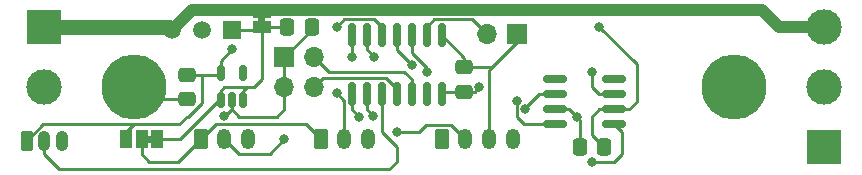
<source format=gbr>
%TF.GenerationSoftware,KiCad,Pcbnew,7.0.6*%
%TF.CreationDate,2023-08-24T15:39:12-04:00*%
%TF.ProjectId,miniald,6d696e69-616c-4642-9e6b-696361645f70,rev?*%
%TF.SameCoordinates,Original*%
%TF.FileFunction,Copper,L1,Top*%
%TF.FilePolarity,Positive*%
%FSLAX46Y46*%
G04 Gerber Fmt 4.6, Leading zero omitted, Abs format (unit mm)*
G04 Created by KiCad (PCBNEW 7.0.6) date 2023-08-24 15:39:12*
%MOMM*%
%LPD*%
G01*
G04 APERTURE LIST*
G04 Aperture macros list*
%AMRoundRect*
0 Rectangle with rounded corners*
0 $1 Rounding radius*
0 $2 $3 $4 $5 $6 $7 $8 $9 X,Y pos of 4 corners*
0 Add a 4 corners polygon primitive as box body*
4,1,4,$2,$3,$4,$5,$6,$7,$8,$9,$2,$3,0*
0 Add four circle primitives for the rounded corners*
1,1,$1+$1,$2,$3*
1,1,$1+$1,$4,$5*
1,1,$1+$1,$6,$7*
1,1,$1+$1,$8,$9*
0 Add four rect primitives between the rounded corners*
20,1,$1+$1,$2,$3,$4,$5,0*
20,1,$1+$1,$4,$5,$6,$7,0*
20,1,$1+$1,$6,$7,$8,$9,0*
20,1,$1+$1,$8,$9,$2,$3,0*%
G04 Aperture macros list end*
%TA.AperFunction,SMDPad,CuDef*%
%ADD10RoundRect,0.250000X-0.475000X0.337500X-0.475000X-0.337500X0.475000X-0.337500X0.475000X0.337500X0*%
%TD*%
%TA.AperFunction,ComponentPad*%
%ADD11R,1.500000X1.500000*%
%TD*%
%TA.AperFunction,ComponentPad*%
%ADD12C,1.500000*%
%TD*%
%TA.AperFunction,ComponentPad*%
%ADD13RoundRect,0.250000X-0.350000X-0.625000X0.350000X-0.625000X0.350000X0.625000X-0.350000X0.625000X0*%
%TD*%
%TA.AperFunction,ComponentPad*%
%ADD14O,1.200000X1.750000*%
%TD*%
%TA.AperFunction,SMDPad,CuDef*%
%ADD15R,1.000000X1.500000*%
%TD*%
%TA.AperFunction,ComponentPad*%
%ADD16C,5.500000*%
%TD*%
%TA.AperFunction,SMDPad,CuDef*%
%ADD17RoundRect,0.250000X-0.337500X-0.475000X0.337500X-0.475000X0.337500X0.475000X-0.337500X0.475000X0*%
%TD*%
%TA.AperFunction,ComponentPad*%
%ADD18R,3.000000X3.000000*%
%TD*%
%TA.AperFunction,ComponentPad*%
%ADD19C,3.000000*%
%TD*%
%TA.AperFunction,SMDPad,CuDef*%
%ADD20RoundRect,0.150000X0.150000X-0.512500X0.150000X0.512500X-0.150000X0.512500X-0.150000X-0.512500X0*%
%TD*%
%TA.AperFunction,ComponentPad*%
%ADD21RoundRect,0.250000X-0.265000X-0.615000X0.265000X-0.615000X0.265000X0.615000X-0.265000X0.615000X0*%
%TD*%
%TA.AperFunction,ComponentPad*%
%ADD22O,1.030000X1.730000*%
%TD*%
%TA.AperFunction,SMDPad,CuDef*%
%ADD23RoundRect,0.150000X-0.150000X0.825000X-0.150000X-0.825000X0.150000X-0.825000X0.150000X0.825000X0*%
%TD*%
%TA.AperFunction,SMDPad,CuDef*%
%ADD24RoundRect,0.150000X-0.825000X-0.150000X0.825000X-0.150000X0.825000X0.150000X-0.825000X0.150000X0*%
%TD*%
%TA.AperFunction,SMDPad,CuDef*%
%ADD25RoundRect,0.250000X0.337500X0.475000X-0.337500X0.475000X-0.337500X-0.475000X0.337500X-0.475000X0*%
%TD*%
%TA.AperFunction,ComponentPad*%
%ADD26R,1.700000X1.700000*%
%TD*%
%TA.AperFunction,ComponentPad*%
%ADD27O,1.700000X1.700000*%
%TD*%
%TA.AperFunction,SMDPad,CuDef*%
%ADD28R,1.500000X1.000000*%
%TD*%
%TA.AperFunction,ViaPad*%
%ADD29C,0.800000*%
%TD*%
%TA.AperFunction,Conductor*%
%ADD30C,0.250000*%
%TD*%
%TA.AperFunction,Conductor*%
%ADD31C,0.254000*%
%TD*%
%TA.AperFunction,Conductor*%
%ADD32C,1.270000*%
%TD*%
%TA.AperFunction,Conductor*%
%ADD33C,1.016000*%
%TD*%
G04 APERTURE END LIST*
%TA.AperFunction,EtchedComponent*%
%TO.C,JP2*%
G36*
X90435000Y-63165000D02*
G01*
X89935000Y-63165000D01*
X89935000Y-62565000D01*
X90435000Y-62565000D01*
X90435000Y-63165000D01*
G37*
%TD.AperFunction*%
%TA.AperFunction,EtchedComponent*%
%TO.C,JP1*%
G36*
X99995000Y-52955000D02*
G01*
X99395000Y-52955000D01*
X99395000Y-52455000D01*
X99995000Y-52455000D01*
X99995000Y-52955000D01*
G37*
%TD.AperFunction*%
%TD*%
D10*
%TO.P,C4,1*%
%TO.N,+3.3V*%
X116845000Y-56747500D03*
%TO.P,C4,2*%
%TO.N,GND*%
X116845000Y-58822500D03*
%TD*%
D11*
%TO.P,U4,1,VO*%
%TO.N,+5V*%
X97155000Y-53615000D03*
D12*
%TO.P,U4,2,GND*%
%TO.N,GND*%
X94615000Y-53615000D03*
%TO.P,U4,3,VI*%
%TO.N,+BATT*%
X92075000Y-53615000D03*
%TD*%
D13*
%TO.P,J5,1,Pin_1*%
%TO.N,Net-(J4-Pin_1)*%
X104680000Y-62865000D03*
D14*
%TO.P,J5,2,Pin_2*%
%TO.N,Net-(J5-Pin_2)*%
X106680000Y-62865000D03*
%TO.P,J5,3,Pin_3*%
%TO.N,GND*%
X108680000Y-62865000D03*
%TD*%
D15*
%TO.P,JP2,1,A*%
%TO.N,+5V*%
X90835000Y-62865000D03*
%TO.P,JP2,2,C*%
%TO.N,Net-(J4-Pin_1)*%
X89535000Y-62865000D03*
%TO.P,JP2,3,B*%
%TO.N,+3.3V*%
X88235000Y-62865000D03*
%TD*%
D16*
%TO.P,H1,1,1*%
%TO.N,GND*%
X139700000Y-58420000D03*
%TD*%
D17*
%TO.P,C2,1*%
%TO.N,+5V*%
X101832500Y-53340000D03*
%TO.P,C2,2*%
%TO.N,GND*%
X103907500Y-53340000D03*
%TD*%
D18*
%TO.P,J2,1,Pin_1*%
%TO.N,Net-(J2-Pin_1)*%
X147320000Y-63500000D03*
D19*
%TO.P,J2,2,Pin_2*%
%TO.N,Net-(J2-Pin_2)*%
X147320000Y-58420000D03*
%TO.P,J2,3,Pin_3*%
%TO.N,+BATT*%
X147320000Y-53340000D03*
%TD*%
D20*
%TO.P,U1,1,VIN*%
%TO.N,+5V*%
X96205000Y-59557500D03*
%TO.P,U1,2,GND*%
%TO.N,GND*%
X97155000Y-59557500D03*
%TO.P,U1,3,EN*%
%TO.N,+5V*%
X98105000Y-59557500D03*
%TO.P,U1,4,SENSE/ADJ*%
%TO.N,unconnected-(U1-SENSE{slash}ADJ-Pad4)*%
X98105000Y-57282500D03*
%TO.P,U1,5,VOUT*%
%TO.N,+3.3V*%
X96205000Y-57282500D03*
%TD*%
D18*
%TO.P,J1,1,Pin_1*%
%TO.N,+BATT*%
X81280000Y-53340000D03*
D19*
%TO.P,J1,2,Pin_2*%
%TO.N,GND*%
X81280000Y-58420000D03*
%TD*%
D21*
%TO.P,J3,1,Pin_1*%
%TO.N,+3.3V*%
X79780000Y-63050000D03*
D22*
%TO.P,J3,2,Pin_2*%
%TO.N,UPDI*%
X81280000Y-63050000D03*
%TO.P,J3,3,Pin_3*%
%TO.N,GND*%
X82780000Y-63050000D03*
%TD*%
D13*
%TO.P,J6,1,Pin_1*%
%TO.N,SCL*%
X114935000Y-62865000D03*
D14*
%TO.P,J6,2,Pin_2*%
%TO.N,SDA*%
X116935000Y-62865000D03*
%TO.P,J6,3,Pin_3*%
%TO.N,+3.3V*%
X118935000Y-62865000D03*
%TO.P,J6,4,Pin_4*%
%TO.N,GND*%
X120935000Y-62865000D03*
%TD*%
D13*
%TO.P,J4,1,Pin_1*%
%TO.N,Net-(J4-Pin_1)*%
X94520000Y-62865000D03*
D14*
%TO.P,J4,2,Pin_2*%
%TO.N,Net-(J4-Pin_2)*%
X96520000Y-62865000D03*
%TO.P,J4,3,Pin_3*%
%TO.N,GND*%
X98520000Y-62865000D03*
%TD*%
D16*
%TO.P,H2,1,1*%
%TO.N,GND*%
X88900000Y-58420000D03*
%TD*%
D23*
%TO.P,U2,1,VCC*%
%TO.N,+3.3V*%
X114935000Y-54040000D03*
%TO.P,U2,2,PA4*%
%TO.N,CDS*%
X113665000Y-54040000D03*
%TO.P,U2,3,PA5*%
%TO.N,Net-(U2-PA5)*%
X112395000Y-54040000D03*
%TO.P,U2,4,PA6*%
%TO.N,Net-(J4-Pin_2)*%
X111125000Y-54040000D03*
%TO.P,U2,5,PA7*%
%TO.N,Net-(J5-Pin_2)*%
X109855000Y-54040000D03*
%TO.P,U2,6,PB3*%
%TO.N,PWM2*%
X108585000Y-54040000D03*
%TO.P,U2,7,PB2*%
%TO.N,PWM1*%
X107315000Y-54040000D03*
%TO.P,U2,8,PB1*%
%TO.N,SDA*%
X107315000Y-58990000D03*
%TO.P,U2,9,PB0*%
%TO.N,SCL*%
X108585000Y-58990000D03*
%TO.P,U2,10,~{RESET}/PA0*%
%TO.N,UPDI*%
X109855000Y-58990000D03*
%TO.P,U2,11,PA1*%
%TO.N,IO0*%
X111125000Y-58990000D03*
%TO.P,U2,12,PA2*%
%TO.N,IO1*%
X112395000Y-58990000D03*
%TO.P,U2,13,PA3*%
%TO.N,unconnected-(U2-PA3-Pad13)*%
X113665000Y-58990000D03*
%TO.P,U2,14,GND*%
%TO.N,GND*%
X114935000Y-58990000D03*
%TD*%
D24*
%TO.P,U3,1,NC*%
%TO.N,unconnected-(U3-NC-Pad1)*%
X124525000Y-57785000D03*
%TO.P,U3,2,IN_A*%
%TO.N,PWM1*%
X124525000Y-59055000D03*
%TO.P,U3,3,GND*%
%TO.N,GND*%
X124525000Y-60325000D03*
%TO.P,U3,4,IN_B*%
%TO.N,PWM2*%
X124525000Y-61595000D03*
%TO.P,U3,5,OUT_B*%
%TO.N,Net-(Q2-G)*%
X129475000Y-61595000D03*
%TO.P,U3,6,V+*%
%TO.N,+5V*%
X129475000Y-60325000D03*
%TO.P,U3,7,OUT_A*%
%TO.N,Net-(Q1-G)*%
X129475000Y-59055000D03*
%TO.P,U3,8,NC*%
%TO.N,unconnected-(U3-NC-Pad8)*%
X129475000Y-57785000D03*
%TD*%
D10*
%TO.P,C5,1*%
%TO.N,+3.3V*%
X93345000Y-57382500D03*
%TO.P,C5,2*%
%TO.N,GND*%
X93345000Y-59457500D03*
%TD*%
D25*
%TO.P,C1,1*%
%TO.N,+5V*%
X128672500Y-63500000D03*
%TO.P,C1,2*%
%TO.N,GND*%
X126597500Y-63500000D03*
%TD*%
D26*
%TO.P,R1,1*%
%TO.N,+3.3V*%
X121285000Y-53975000D03*
D27*
%TO.P,R1,2*%
%TO.N,CDS*%
X118745000Y-53975000D03*
%TD*%
D28*
%TO.P,JP1,1,A*%
%TO.N,+BATT*%
X99695000Y-52055000D03*
%TO.P,JP1,2,B*%
%TO.N,+5V*%
X99695000Y-53355000D03*
%TD*%
D26*
%TO.P,J7,1,Pin_1*%
%TO.N,GND*%
X101600000Y-55880000D03*
D27*
%TO.P,J7,2,Pin_2*%
%TO.N,IO1*%
X104140000Y-55880000D03*
%TO.P,J7,3,Pin_3*%
%TO.N,GND*%
X101600000Y-58420000D03*
%TO.P,J7,4,Pin_4*%
%TO.N,IO0*%
X104140000Y-58420000D03*
%TD*%
D29*
%TO.N,+5V*%
X128270000Y-53340000D03*
%TO.N,GND*%
X118110000Y-58420000D03*
X126365000Y-60960000D03*
X96520000Y-60870500D03*
%TO.N,+3.3V*%
X97155000Y-55245000D03*
%TO.N,Net-(J4-Pin_2)*%
X112395000Y-56606500D03*
X101600000Y-62865000D03*
%TO.N,Net-(J5-Pin_2)*%
X106045000Y-53340000D03*
X106045000Y-58963500D03*
%TO.N,PWM2*%
X109220000Y-55880000D03*
X121285000Y-59598500D03*
%TO.N,PWM1*%
X122011500Y-60325000D03*
X107315000Y-55880000D03*
%TO.N,Net-(Q1-G)*%
X127635000Y-57150000D03*
%TO.N,Net-(Q2-G)*%
X127635000Y-64770000D03*
%TO.N,SCL*%
X109128500Y-60868500D03*
%TO.N,SDA*%
X107950000Y-60960000D03*
X111125000Y-62230000D03*
%TO.N,Net-(U2-PA5)*%
X113665000Y-57150000D03*
%TD*%
D30*
%TO.N,+5V*%
X92731827Y-62865000D02*
X96039327Y-59557500D01*
X101832500Y-53340000D02*
X99710000Y-53340000D01*
X97155000Y-53615000D02*
X99435000Y-53615000D01*
D31*
X129475000Y-60325000D02*
X130810000Y-60325000D01*
D30*
X99695000Y-57785000D02*
X99060000Y-58420000D01*
D31*
X127635000Y-62462500D02*
X127635000Y-60960000D01*
D30*
X98105000Y-59557500D02*
X98105000Y-58740000D01*
X99435000Y-53615000D02*
X99695000Y-53355000D01*
D31*
X129475000Y-60325000D02*
X130175000Y-60325000D01*
D30*
X96039327Y-59557500D02*
X96205000Y-59557500D01*
D31*
X131445000Y-59690000D02*
X131445000Y-56515000D01*
D30*
X96205000Y-59557500D02*
X96205000Y-58735000D01*
X96205000Y-58735000D02*
X96520000Y-58420000D01*
D31*
X131445000Y-56515000D02*
X128270000Y-53340000D01*
D30*
X99710000Y-53340000D02*
X99695000Y-53355000D01*
D31*
X128270000Y-60325000D02*
X129475000Y-60325000D01*
D30*
X98105000Y-58740000D02*
X98425000Y-58420000D01*
X90835000Y-62865000D02*
X92731827Y-62865000D01*
X98425000Y-58420000D02*
X99060000Y-58420000D01*
D31*
X127635000Y-60960000D02*
X128270000Y-60325000D01*
X130810000Y-60325000D02*
X131445000Y-59690000D01*
D30*
X99695000Y-53355000D02*
X99695000Y-57785000D01*
D31*
X128672500Y-63500000D02*
X127635000Y-62462500D01*
D30*
X96520000Y-58420000D02*
X98425000Y-58420000D01*
%TO.N,GND*%
X97155000Y-59557500D02*
X97155000Y-60325000D01*
D31*
X115102500Y-58822500D02*
X114935000Y-58990000D01*
D30*
X103907500Y-53340000D02*
X103907500Y-53572500D01*
X97155000Y-60325000D02*
X97790000Y-60960000D01*
D31*
X117707500Y-58822500D02*
X118110000Y-58420000D01*
X116845000Y-58822500D02*
X115102500Y-58822500D01*
X126597500Y-61192500D02*
X126365000Y-60960000D01*
D30*
X97790000Y-60960000D02*
X100965000Y-60960000D01*
D31*
X126597500Y-63500000D02*
X126597500Y-61192500D01*
D30*
X103907500Y-53572500D02*
X101600000Y-55880000D01*
X89937500Y-59457500D02*
X88900000Y-58420000D01*
X101600000Y-60325000D02*
X101600000Y-58420000D01*
D31*
X125730000Y-60325000D02*
X126365000Y-60960000D01*
X124525000Y-60325000D02*
X125730000Y-60325000D01*
D30*
X96609500Y-60870500D02*
X96520000Y-60870500D01*
X93345000Y-59457500D02*
X89937500Y-59457500D01*
D31*
X116845000Y-58822500D02*
X117707500Y-58822500D01*
D30*
X100965000Y-60960000D02*
X101600000Y-60325000D01*
X97155000Y-60325000D02*
X96609500Y-60870500D01*
X101600000Y-58420000D02*
X101600000Y-55880000D01*
D32*
%TO.N,+BATT*%
X91800000Y-53340000D02*
X92075000Y-53615000D01*
D33*
X132080000Y-51879500D02*
X93810500Y-51879500D01*
X93810500Y-51879500D02*
X92075000Y-53615000D01*
D32*
X81280000Y-53340000D02*
X91800000Y-53340000D01*
D33*
X142049500Y-51879500D02*
X132080000Y-51879500D01*
X143510000Y-53340000D02*
X142049500Y-51879500D01*
X147320000Y-53340000D02*
X143510000Y-53340000D01*
D30*
%TO.N,+3.3V*%
X96105000Y-57382500D02*
X96205000Y-57282500D01*
X96205000Y-57282500D02*
X96205000Y-56195000D01*
X88235000Y-62260000D02*
X88900000Y-61595000D01*
X93345000Y-60960000D02*
X93468173Y-60960000D01*
D31*
X119147500Y-56747500D02*
X116845000Y-56747500D01*
D30*
X79780000Y-63012061D02*
X79780000Y-63050000D01*
X94615000Y-57382500D02*
X96105000Y-57382500D01*
X94615000Y-59813173D02*
X94615000Y-57382500D01*
X88235000Y-62865000D02*
X88235000Y-62260000D01*
X92710000Y-61595000D02*
X93345000Y-60960000D01*
X93345000Y-57382500D02*
X94615000Y-57382500D01*
D31*
X121285000Y-53975000D02*
X121285000Y-54610000D01*
X116845000Y-56747500D02*
X116845000Y-55950000D01*
D30*
X88900000Y-61595000D02*
X92710000Y-61595000D01*
X88900000Y-61595000D02*
X81197061Y-61595000D01*
X81197061Y-61595000D02*
X79780000Y-63012061D01*
X96205000Y-56195000D02*
X97155000Y-55245000D01*
D31*
X118935000Y-56960000D02*
X118935000Y-62865000D01*
X116845000Y-55950000D02*
X114935000Y-54040000D01*
X119147500Y-56747500D02*
X118935000Y-56960000D01*
X121285000Y-54610000D02*
X119147500Y-56747500D01*
D30*
X93468173Y-60960000D02*
X94615000Y-59813173D01*
D31*
%TO.N,UPDI*%
X111125000Y-63500000D02*
X111125000Y-64770000D01*
X109855000Y-58990000D02*
X109855000Y-62230000D01*
D30*
X81280000Y-64135000D02*
X82550000Y-65405000D01*
D31*
X109855000Y-62230000D02*
X111125000Y-63500000D01*
X108585000Y-65405000D02*
X87010000Y-65405000D01*
D30*
X81280000Y-63050000D02*
X81280000Y-64135000D01*
D31*
X111125000Y-64770000D02*
X110490000Y-65405000D01*
D30*
X82550000Y-65405000D02*
X87010000Y-65405000D01*
D31*
X110490000Y-65405000D02*
X108585000Y-65405000D01*
D30*
%TO.N,Net-(J4-Pin_1)*%
X104680000Y-62865000D02*
X103410000Y-61595000D01*
X95790000Y-61595000D02*
X94520000Y-62865000D01*
X89535000Y-64135000D02*
X90170000Y-64770000D01*
X92615000Y-64770000D02*
X94520000Y-62865000D01*
X103410000Y-61595000D02*
X95790000Y-61595000D01*
X90170000Y-64770000D02*
X92615000Y-64770000D01*
X89535000Y-62865000D02*
X89535000Y-64135000D01*
D31*
%TO.N,Net-(J4-Pin_2)*%
X97722000Y-64067000D02*
X100398000Y-64067000D01*
X96520000Y-62865000D02*
X97722000Y-64067000D01*
X100398000Y-64067000D02*
X101600000Y-62865000D01*
X111125000Y-55336500D02*
X112395000Y-56606500D01*
X111125000Y-54040000D02*
X111125000Y-55336500D01*
%TO.N,Net-(J5-Pin_2)*%
X106670500Y-52714500D02*
X106045000Y-53340000D01*
X106045000Y-58963500D02*
X106680000Y-59598500D01*
X109855000Y-54040000D02*
X109855000Y-53340000D01*
X106680000Y-59598500D02*
X106680000Y-62865000D01*
X109229500Y-52714500D02*
X106670500Y-52714500D01*
X109855000Y-53340000D02*
X109229500Y-52714500D01*
%TO.N,PWM2*%
X121285000Y-60960000D02*
X121920000Y-61595000D01*
X108585000Y-55245000D02*
X109220000Y-55880000D01*
X121920000Y-61595000D02*
X124525000Y-61595000D01*
X108585000Y-54040000D02*
X108585000Y-55245000D01*
X121285000Y-59598500D02*
X121285000Y-60960000D01*
%TO.N,PWM1*%
X122011500Y-60233500D02*
X122011500Y-60325000D01*
X123190000Y-59055000D02*
X124525000Y-59055000D01*
X107315000Y-54040000D02*
X107315000Y-55880000D01*
X123190000Y-59055000D02*
X122011500Y-60233500D01*
%TO.N,Net-(Q1-G)*%
X129475000Y-59055000D02*
X128270000Y-59055000D01*
X127635000Y-58420000D02*
X127635000Y-57150000D01*
X128270000Y-59055000D02*
X127635000Y-58420000D01*
%TO.N,Net-(Q2-G)*%
X129475000Y-61595000D02*
X129540000Y-61595000D01*
X129540000Y-61595000D02*
X130175000Y-62230000D01*
X130175000Y-64135000D02*
X129540000Y-64770000D01*
X130175000Y-62230000D02*
X130175000Y-64135000D01*
X129540000Y-64770000D02*
X127635000Y-64770000D01*
%TO.N,CDS*%
X114290500Y-52714500D02*
X117484500Y-52714500D01*
X113665000Y-54040000D02*
X113665000Y-53340000D01*
X117484500Y-52714500D02*
X118745000Y-53975000D01*
X113665000Y-53340000D02*
X114290500Y-52714500D01*
%TO.N,SCL*%
X108585000Y-58990000D02*
X108585000Y-60325000D01*
X108585000Y-60325000D02*
X109128500Y-60868500D01*
%TO.N,SDA*%
X111125000Y-62230000D02*
X113030000Y-62230000D01*
X107315000Y-58990000D02*
X107315000Y-60325000D01*
X107315000Y-60325000D02*
X107950000Y-60960000D01*
X113597000Y-61663000D02*
X115733000Y-61663000D01*
X115733000Y-61663000D02*
X116935000Y-62865000D01*
X113030000Y-62230000D02*
X113597000Y-61663000D01*
%TO.N,IO1*%
X111760000Y-57150000D02*
X112395000Y-57785000D01*
X105410000Y-57150000D02*
X111760000Y-57150000D01*
X104140000Y-55880000D02*
X105410000Y-57150000D01*
X112395000Y-57785000D02*
X112395000Y-58990000D01*
%TO.N,IO0*%
X111125000Y-58990000D02*
X111125000Y-58610420D01*
X104872000Y-57688000D02*
X104140000Y-58420000D01*
X111125000Y-58610420D02*
X110202580Y-57688000D01*
X110202580Y-57688000D02*
X104872000Y-57688000D01*
%TO.N,Net-(U2-PA5)*%
X112395000Y-54040000D02*
X112395000Y-55578366D01*
X112395000Y-55578366D02*
X113665000Y-56848366D01*
X113665000Y-56848366D02*
X113665000Y-57150000D01*
%TD*%
M02*

</source>
